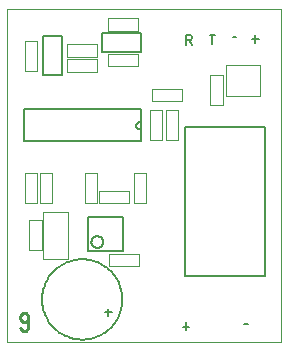
<source format=gbr>
%FSLAX23Y23*%
%MOIN*%
%ADD10C,0.008*%
%ADD11C,0.012*%
%ADD12C,0.004*%
%ADD13R,0.047X0.047*%
%ADD14C,0.016*%
%ADD15C,0.02*%
%ADD16C,0.031*%
%ADD17C,0.001*%
%ADD18C,0.006*%
%ADD19C,0.005*%
%ADD20C,0.009*%
%LPD*%
G54D10*
X-02896Y1974D02*
X-02896Y1478D01*
G54D10*
X-02896Y1478D02*
X-02628Y1478D01*
G54D10*
X-02628Y1974D02*
X-02628Y1478D01*
G54D10*
X-02896Y1974D02*
X-02628Y1974D01*
G54D12*
X-02645Y2180D02*
X-02645Y2079D01*
G54D12*
X-02758Y2079D02*
X-02645Y2079D01*
G54D12*
X-02758Y2180D02*
X-02758Y2079D01*
G54D12*
X-02758Y2180D02*
X-02645Y2180D01*
G54D10*
X-03151Y1343D02*
X-03151Y1368D01*
G54D10*
X-03164Y1356D02*
X-03139Y1356D01*
D10*
X-03239Y1265D02*
X-03233Y1265D01*
X-03227Y1266D01*
X-03221Y1267D01*
X-03215Y1267D01*
X-03209Y1269D01*
X-03204Y1270D01*
X-03198Y1272D01*
X-03193Y1274D01*
X-03187Y1276D01*
X-03182Y1278D01*
X-03177Y1280D01*
X-03172Y1283D01*
X-03167Y1286D01*
X-03162Y1289D01*
X-03157Y1293D01*
X-03152Y1297D01*
X-03148Y1300D01*
X-03144Y1305D01*
X-03140Y1309D01*
X-03136Y1313D01*
X-03132Y1318D01*
X-03129Y1322D01*
X-03126Y1327D01*
X-03123Y1332D01*
X-03120Y1337D01*
X-03117Y1343D01*
X-03115Y1348D01*
X-03113Y1354D01*
X-03111Y1359D01*
X-03109Y1365D01*
X-03108Y1370D01*
X-03107Y1376D01*
X-03106Y1382D01*
X-03105Y1387D01*
X-03105Y1393D01*
X-03105Y1399D01*
X-03105Y1405D01*
X-03105Y1411D01*
X-03106Y1417D01*
X-03107Y1422D01*
X-03108Y1428D01*
X-03109Y1434D01*
X-03111Y1439D01*
X-03113Y1445D01*
X-03115Y1450D01*
X-03117Y1456D01*
X-03120Y1461D01*
X-03123Y1466D01*
X-03126Y1471D01*
X-03129Y1476D01*
X-03132Y1481D01*
X-03136Y1485D01*
X-03140Y1490D01*
X-03144Y1494D01*
X-03148Y1498D01*
X-03152Y1502D01*
X-03157Y1506D01*
X-03162Y1509D01*
X-03167Y1512D01*
X-03172Y1515D01*
X-03177Y1518D01*
X-03182Y1520D01*
X-03187Y1523D01*
X-03193Y1525D01*
X-03198Y1527D01*
X-03204Y1528D01*
X-03209Y1530D01*
X-03215Y1531D01*
X-03221Y1532D01*
X-03227Y1533D01*
X-03233Y1533D01*
X-03239Y1533D01*
X-03244Y1533D01*
X-03250Y1533D01*
X-03256Y1532D01*
X-03262Y1531D01*
X-03268Y1530D01*
X-03273Y1528D01*
X-03279Y1527D01*
X-03284Y1525D01*
X-03290Y1523D01*
X-03295Y1520D01*
X-03300Y1518D01*
X-03306Y1515D01*
X-03311Y1512D01*
X-03315Y1509D01*
X-03320Y1506D01*
X-03325Y1502D01*
X-03329Y1498D01*
X-03333Y1494D01*
X-03337Y1490D01*
X-03341Y1485D01*
X-03345Y1481D01*
X-03348Y1476D01*
X-03352Y1471D01*
X-03354Y1466D01*
X-03357Y1461D01*
X-03360Y1456D01*
X-03362Y1450D01*
X-03364Y1445D01*
X-03366Y1439D01*
X-03368Y1434D01*
X-03369Y1428D01*
X-03370Y1422D01*
X-03371Y1417D01*
X-03372Y1411D01*
X-03372Y1405D01*
X-03372Y1399D01*
X-03372Y1393D01*
X-03372Y1387D01*
X-03371Y1382D01*
X-03370Y1376D01*
X-03369Y1370D01*
X-03368Y1365D01*
X-03366Y1359D01*
X-03364Y1354D01*
X-03362Y1348D01*
X-03360Y1343D01*
X-03357Y1337D01*
X-03354Y1332D01*
X-03352Y1327D01*
X-03348Y1322D01*
X-03345Y1318D01*
X-03341Y1313D01*
X-03337Y1309D01*
X-03333Y1305D01*
X-03329Y1300D01*
X-03325Y1297D01*
X-03320Y1293D01*
X-03315Y1289D01*
X-03311Y1286D01*
X-03306Y1283D01*
X-03300Y1280D01*
X-03295Y1278D01*
X-03290Y1276D01*
X-03284Y1274D01*
X-03279Y1272D01*
X-03273Y1270D01*
X-03268Y1269D01*
X-03262Y1267D01*
X-03256Y1267D01*
X-03250Y1266D01*
X-03244Y1265D01*
X-03239Y1265D01*
G54D10*
X-03102Y1560D02*
X-03102Y1673D01*
G54D10*
X-03194Y1560D02*
X-03102Y1560D01*
G54D10*
X-03194Y1560D02*
X-03218Y1560D01*
G54D10*
X-03218Y1673D02*
X-03218Y1560D01*
G54D10*
X-03218Y1673D02*
X-03218Y1673D01*
G54D10*
X-03218Y1673D02*
X-03102Y1673D01*
D10*
X-03188Y1611D02*
X-03189Y1611D01*
X-03190Y1611D01*
X-03191Y1611D01*
X-03192Y1611D01*
X-03193Y1611D01*
X-03193Y1610D01*
X-03194Y1610D01*
X-03195Y1610D01*
X-03196Y1609D01*
X-03196Y1609D01*
X-03197Y1609D01*
X-03198Y1608D01*
X-03199Y1608D01*
X-03200Y1607D01*
X-03200Y1607D01*
X-03201Y1606D01*
X-03202Y1606D01*
X-03202Y1605D01*
X-03203Y1605D01*
X-03203Y1604D01*
X-03204Y1603D01*
X-03204Y1603D01*
X-03205Y1602D01*
X-03205Y1601D01*
X-03206Y1600D01*
X-03206Y1600D01*
X-03206Y1599D01*
X-03207Y1598D01*
X-03207Y1597D01*
X-03207Y1596D01*
X-03207Y1596D01*
X-03207Y1595D01*
X-03208Y1594D01*
X-03208Y1593D01*
X-03208Y1592D01*
X-03208Y1591D01*
X-03208Y1591D01*
X-03208Y1590D01*
X-03208Y1589D01*
X-03207Y1588D01*
X-03207Y1587D01*
X-03207Y1586D01*
X-03207Y1585D01*
X-03207Y1585D01*
X-03206Y1584D01*
X-03206Y1583D01*
X-03206Y1582D01*
X-03205Y1581D01*
X-03205Y1581D01*
X-03204Y1580D01*
X-03204Y1580D01*
X-03203Y1579D01*
X-03203Y1578D01*
X-03202Y1578D01*
X-03202Y1577D01*
X-03201Y1576D01*
X-03200Y1576D01*
X-03200Y1575D01*
X-03199Y1575D01*
X-03198Y1574D01*
X-03197Y1574D01*
X-03196Y1574D01*
X-03196Y1573D01*
X-03195Y1573D01*
X-03194Y1572D01*
X-03193Y1572D01*
X-03193Y1572D01*
X-03192Y1572D01*
X-03191Y1572D01*
X-03190Y1572D01*
X-03189Y1572D01*
X-03188Y1572D01*
X-03187Y1572D01*
X-03187Y1572D01*
X-03185Y1572D01*
X-03185Y1572D01*
X-03184Y1572D01*
X-03183Y1572D01*
X-03182Y1572D01*
X-03181Y1573D01*
X-03181Y1573D01*
X-03180Y1574D01*
X-03179Y1574D01*
X-03178Y1574D01*
X-03178Y1575D01*
X-03177Y1575D01*
X-03176Y1576D01*
X-03176Y1576D01*
X-03175Y1577D01*
X-03174Y1578D01*
X-03174Y1578D01*
X-03173Y1579D01*
X-03172Y1580D01*
X-03172Y1580D01*
X-03172Y1581D01*
X-03171Y1581D01*
X-03171Y1582D01*
X-03170Y1583D01*
X-03170Y1584D01*
X-03170Y1585D01*
X-03169Y1585D01*
X-03169Y1586D01*
X-03169Y1587D01*
X-03169Y1588D01*
X-03169Y1589D01*
X-03169Y1590D01*
X-03169Y1591D01*
X-03169Y1591D01*
X-03169Y1592D01*
X-03169Y1593D01*
X-03169Y1594D01*
X-03169Y1595D01*
X-03169Y1596D01*
X-03169Y1596D01*
X-03169Y1597D01*
X-03170Y1598D01*
X-03170Y1599D01*
X-03170Y1600D01*
X-03171Y1600D01*
X-03171Y1601D01*
X-03172Y1602D01*
X-03172Y1603D01*
X-03172Y1603D01*
X-03173Y1604D01*
X-03174Y1605D01*
X-03174Y1605D01*
X-03175Y1606D01*
X-03176Y1606D01*
X-03176Y1607D01*
X-03177Y1607D01*
X-03178Y1608D01*
X-03178Y1608D01*
X-03179Y1609D01*
X-03180Y1609D01*
X-03181Y1609D01*
X-03181Y1610D01*
X-03182Y1610D01*
X-03183Y1610D01*
X-03184Y1611D01*
X-03185Y1611D01*
X-03185Y1611D01*
X-03187Y1611D01*
X-03187Y1611D01*
X-03188Y1611D01*
X-03189Y1611D01*
G54D12*
X-03369Y1690D02*
X-03287Y1690D01*
G54D12*
X-03287Y1690D02*
X-03287Y1535D01*
G54D12*
X-03369Y1535D02*
X-03287Y1535D01*
G54D12*
X-03369Y1690D02*
X-03369Y1535D01*
G54D10*
X-03041Y1928D02*
X-03433Y1928D01*
G54D10*
X-03433Y1928D02*
X-03433Y2035D01*
G54D10*
X-03041Y2035D02*
X-03433Y2035D01*
G54D10*
X-03041Y1928D02*
X-03041Y2035D01*
D10*
X-03046Y1991D02*
X-03046Y1991D01*
X-03047Y1991D01*
X-03047Y1991D01*
X-03048Y1991D01*
X-03048Y1991D01*
X-03049Y1991D01*
X-03050Y1991D01*
X-03050Y1991D01*
X-03050Y1991D01*
X-03051Y1990D01*
X-03052Y1990D01*
X-03052Y1990D01*
X-03052Y1989D01*
X-03053Y1989D01*
X-03053Y1989D01*
X-03054Y1989D01*
X-03054Y1988D01*
X-03055Y1988D01*
X-03055Y1987D01*
X-03056Y1987D01*
X-03056Y1986D01*
X-03056Y1986D01*
X-03056Y1985D01*
X-03057Y1985D01*
X-03057Y1985D01*
X-03057Y1984D01*
X-03057Y1983D01*
X-03057Y1983D01*
X-03058Y1983D01*
X-03058Y1982D01*
X-03058Y1981D01*
X-03058Y1981D01*
X-03058Y1980D01*
X-03058Y1980D01*
X-03058Y1979D01*
X-03058Y1979D01*
X-03058Y1978D01*
X-03058Y1978D01*
X-03058Y1977D01*
X-03058Y1976D01*
X-03058Y1976D01*
X-03058Y1976D01*
X-03058Y1975D01*
X-03057Y1974D01*
X-03057Y1974D01*
X-03057Y1973D01*
X-03057Y1973D01*
X-03057Y1972D01*
X-03056Y1972D01*
X-03056Y1972D01*
X-03056Y1971D01*
X-03056Y1970D01*
X-03055Y1970D01*
X-03055Y1970D01*
X-03054Y1969D01*
X-03054Y1969D01*
X-03053Y1969D01*
X-03053Y1969D01*
X-03052Y1968D01*
X-03052Y1968D01*
X-03052Y1968D01*
X-03051Y1967D01*
X-03050Y1967D01*
X-03050Y1967D01*
X-03050Y1967D01*
X-03049Y1967D01*
X-03048Y1967D01*
X-03048Y1966D01*
X-03047Y1966D01*
X-03047Y1966D01*
X-03046Y1966D01*
X-03046Y1966D01*
X-03045Y1966D01*
G54D12*
X-03013Y2030D02*
X-02972Y2030D01*
G54D12*
X-03013Y1930D02*
X-03013Y2030D01*
G54D12*
X-02972Y1930D02*
X-03013Y1930D01*
G54D12*
X-02972Y1930D02*
X-02972Y2030D01*
G54D12*
X-02960Y2030D02*
X-02919Y2030D01*
G54D12*
X-02960Y1930D02*
X-02960Y2030D01*
G54D12*
X-02919Y1930D02*
X-02960Y1930D01*
G54D12*
X-02919Y1930D02*
X-02919Y2030D01*
G54D12*
X-03054Y2336D02*
X-03054Y2295D01*
G54D12*
X-03154Y2336D02*
X-03054Y2336D01*
G54D12*
X-03154Y2295D02*
X-03154Y2336D01*
G54D12*
X-03154Y2295D02*
X-03054Y2295D01*
G54D12*
X-03430Y1820D02*
X-03389Y1820D01*
G54D12*
X-03430Y1720D02*
X-03430Y1820D01*
G54D12*
X-03389Y1720D02*
X-03430Y1720D01*
G54D12*
X-03389Y1720D02*
X-03389Y1820D01*
G54D12*
X-03188Y2200D02*
X-03188Y2159D01*
G54D12*
X-03288Y2200D02*
X-03188Y2200D01*
G54D12*
X-03288Y2159D02*
X-03288Y2200D01*
G54D12*
X-03288Y2159D02*
X-03188Y2159D01*
G54D12*
X-03054Y2219D02*
X-03054Y2178D01*
G54D12*
X-03154Y2219D02*
X-03054Y2219D01*
G54D12*
X-03154Y2178D02*
X-03154Y2219D01*
G54D12*
X-03154Y2178D02*
X-03054Y2178D01*
G54D12*
X-03188Y2250D02*
X-03188Y2209D01*
G54D12*
X-03288Y2250D02*
X-03188Y2250D01*
G54D12*
X-03288Y2209D02*
X-03288Y2250D01*
G54D12*
X-03288Y2209D02*
X-03188Y2209D01*
G54D12*
X-03081Y1762D02*
X-03081Y1721D01*
G54D12*
X-03181Y1762D02*
X-03081Y1762D01*
G54D12*
X-03181Y1721D02*
X-03181Y1762D01*
G54D12*
X-03181Y1721D02*
X-03081Y1721D01*
G54D12*
X-03189Y1720D02*
X-03230Y1720D01*
G54D12*
X-03189Y1820D02*
X-03189Y1720D01*
G54D12*
X-03230Y1820D02*
X-03189Y1820D01*
G54D12*
X-03230Y1820D02*
X-03230Y1720D01*
G54D12*
X-03380Y1820D02*
X-03339Y1820D01*
G54D12*
X-03380Y1720D02*
X-03380Y1820D01*
G54D12*
X-03339Y1720D02*
X-03380Y1720D01*
G54D12*
X-03339Y1720D02*
X-03339Y1820D01*
G54D12*
X-03430Y2260D02*
X-03389Y2260D01*
G54D12*
X-03430Y2160D02*
X-03430Y2260D01*
G54D12*
X-03389Y2160D02*
X-03430Y2160D01*
G54D12*
X-03389Y2160D02*
X-03389Y2260D01*
G54D10*
X-03171Y2225D02*
X-03041Y2225D01*
G54D10*
X-03171Y2225D02*
X-03171Y2287D01*
G54D10*
X-03171Y2287D02*
X-03041Y2287D01*
G54D10*
X-03041Y2225D02*
X-03041Y2287D01*
G54D10*
X-03306Y2146D02*
X-03306Y2276D01*
G54D10*
X-03306Y2146D02*
X-03369Y2146D01*
G54D10*
X-03369Y2146D02*
X-03369Y2276D01*
G54D10*
X-03306Y2276D02*
X-03369Y2276D01*
G54D12*
X-03025Y1820D02*
X-03066Y1820D01*
G54D12*
X-03025Y1720D02*
X-03025Y1820D01*
G54D12*
X-03066Y1720D02*
X-03025Y1720D01*
G54D12*
X-03066Y1720D02*
X-03066Y1820D01*
G54D12*
X-03374Y1664D02*
X-03415Y1664D01*
G54D12*
X-03374Y1564D02*
X-03374Y1664D01*
G54D12*
X-03415Y1564D02*
X-03374Y1564D01*
G54D12*
X-03415Y1564D02*
X-03415Y1664D01*
G54D12*
X-03048Y1511D02*
X-03048Y1552D01*
G54D12*
X-03148Y1511D02*
X-03048Y1511D01*
G54D12*
X-03148Y1552D02*
X-03148Y1511D01*
G54D12*
X-03148Y1552D02*
X-03048Y1552D01*
G54D12*
X-02907Y2061D02*
X-02907Y2102D01*
G54D12*
X-03007Y2061D02*
X-02907Y2061D01*
G54D12*
X-03007Y2102D02*
X-03007Y2061D01*
G54D12*
X-03007Y2102D02*
X-02907Y2102D01*
G54D12*
X-02770Y2148D02*
X-02811Y2148D01*
G54D12*
X-02770Y2048D02*
X-02770Y2148D01*
G54D12*
X-02811Y2048D02*
X-02770Y2048D01*
G54D12*
X-02811Y2048D02*
X-02811Y2148D01*
G54D17*
X-03489Y1256D02*
X-03489Y2369D01*
G54D17*
X-03489Y1256D02*
X-02577Y1256D01*
G54D17*
X-02577Y1256D02*
X-02577Y2369D01*
G54D17*
X-03489Y2369D02*
X-02577Y2369D01*
G54D18*
X-02737Y2274D02*
X-02727Y2274D01*
G54D18*
X-02661Y2281D02*
X-02661Y2254D01*
G54D18*
X-02672Y2267D02*
X-02650Y2267D01*
G54D19*
X-02814Y2280D02*
X-02795Y2280D01*
G54D19*
X-02805Y2280D02*
X-02805Y2250D01*
G54D19*
X-02893Y2249D02*
X-02893Y2280D01*
G54D19*
X-02893Y2280D02*
X-02877Y2280D01*
G54D19*
X-02877Y2280D02*
X-02872Y2275D01*
G54D19*
X-02872Y2275D02*
X-02872Y2270D01*
G54D19*
X-02872Y2270D02*
X-02877Y2265D01*
G54D19*
X-02877Y2265D02*
X-02893Y2265D01*
G54D19*
X-02882Y2265D02*
X-02872Y2249D01*
G54D18*
X-02892Y1323D02*
X-02892Y1296D01*
G54D18*
X-02903Y1309D02*
X-02881Y1309D01*
G54D18*
X-02698Y1319D02*
X-02687Y1319D01*
G54D20*
X-03446Y1304D02*
X-03437Y1293D01*
G54D20*
X-03437Y1293D02*
X-03427Y1293D01*
G54D20*
X-03427Y1293D02*
X-03418Y1304D01*
G54D20*
X-03418Y1304D02*
X-03418Y1344D01*
G54D20*
X-03418Y1344D02*
X-03427Y1355D01*
G54D20*
X-03427Y1355D02*
X-03437Y1355D01*
G54D20*
X-03437Y1355D02*
X-03446Y1344D01*
G54D20*
X-03446Y1344D02*
X-03446Y1334D01*
G54D20*
X-03446Y1334D02*
X-03437Y1324D01*
G54D20*
X-03437Y1324D02*
X-03427Y1324D01*
G54D20*
X-03427Y1324D02*
X-03418Y1334D01*
M02*

</source>
